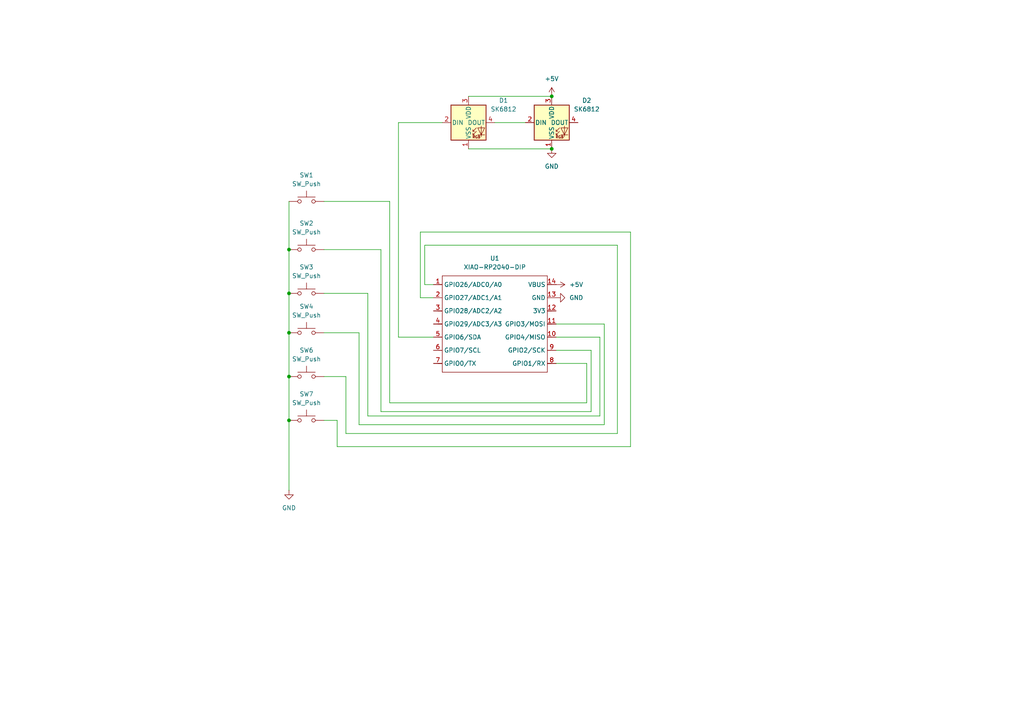
<source format=kicad_sch>
(kicad_sch (version 20250114) (generator "eeschema") (generator_version "9.0")
  (paper "A4")
  (lib_symbols
    (symbol "LED:SK6812" (pin_names (offset 0.254))
      (property "Reference" "D" (at 5.08 5.715 0))
      (property "Value" "SK6812" (at 1.27 -5.715 0))
      (symbol "SK6812_0_0"
        (text "RGB" (at 2.286 -4.191 0) (effects (font (size 0.762 0.762))))
      )
      (symbol "SK6812_0_1"
        (polyline (pts (xy 1.27 -2.54) (xy 1.778 -2.54)))
        (polyline (pts (xy 1.27 -3.556) (xy 1.778 -3.556)))
        (polyline (pts (xy 2.286 -1.524) (xy 1.27 -2.54) (xy 1.27 -2.032)))
        (polyline (pts (xy 2.286 -2.54) (xy 1.27 -3.556) (xy 1.27 -3.048)))
        (polyline (pts (xy 3.683 -1.016) (xy 3.683 -3.556) (xy 3.683 -4.064)))
        (polyline (pts (xy 4.699 -1.524) (xy 2.667 -1.524) (xy 3.683 -3.556) (xy 4.699 -1.524)))
        (polyline (pts (xy 4.699 -3.556) (xy 2.667 -3.556)))
        (rectangle (start 5.08 5.08) (end -5.08 -5.08) (stroke (width 0.254)) (fill (type background)))
      )
      (symbol "SK6812_1_1"
        (pin input line (at -7.62 0 0) (length 2.54) (name "DIN") (number "2"))
        (pin power_in line (at 0 7.62 270) (length 2.54) (name "VDD") (number "3"))
        (pin power_in line (at 0 -7.62 90) (length 2.54) (name "VSS") (number "1"))
        (pin output line (at 7.62 0 180) (length 2.54) (name "DOUT") (number "4"))
      )
    )
    (symbol "OPL:XIAO-RP2040-DIP"
      (property "Reference" "U" (at 0 0 0))
      (property "Value" "XIAO-RP2040-DIP" (at 5.334 -1.778 0))
      (symbol "XIAO-RP2040-DIP_1_0"
        (polyline (pts (xy -1.27 -2.54) (xy 29.21 -2.54)) (stroke (width 0.1524)))
        (polyline (pts (xy -1.27 -5.08) (xy -2.54 -5.08)) (stroke (width 0.1524)))
        (polyline (pts (xy -1.27 -5.08) (xy -1.27 -2.54)) (stroke (width 0.1524)))
        (polyline (pts (xy -1.27 -8.89) (xy -2.54 -8.89)) (stroke (width 0.1524)))
        (polyline (pts (xy -1.27 -8.89) (xy -1.27 -5.08)) (stroke (width 0.1524)))
        (polyline (pts (xy -1.27 -12.7) (xy -2.54 -12.7)) (stroke (width 0.1524)))
        (polyline (pts (xy -1.27 -12.7) (xy -1.27 -8.89)) (stroke (width 0.1524)))
        (polyline (pts (xy -1.27 -16.51) (xy -2.54 -16.51)) (stroke (width 0.1524)))
        (polyline (pts (xy -1.27 -16.51) (xy -1.27 -12.7)) (stroke (width 0.1524)))
        (polyline (pts (xy -1.27 -20.32) (xy -2.54 -20.32)) (stroke (width 0.1524)))
        (polyline (pts (xy -1.27 -24.13) (xy -2.54 -24.13)) (stroke (width 0.1524)))
        (polyline (pts (xy -1.27 -27.94) (xy -2.54 -27.94)) (stroke (width 0.1524)))
        (polyline (pts (xy -1.27 -30.48) (xy -1.27 -16.51)) (stroke (width 0.1524)))
        (polyline (pts (xy 29.21 -2.54) (xy 29.21 -5.08)) (stroke (width 0.1524)))
        (polyline (pts (xy 29.21 -5.08) (xy 29.21 -8.89)) (stroke (width 0.1524)))
        (polyline (pts (xy 29.21 -8.89) (xy 29.21 -12.7)) (stroke (width 0.1524)))
        (polyline (pts (xy 29.21 -12.7) (xy 29.21 -30.48)) (stroke (width 0.1524)))
        (polyline (pts (xy 29.21 -30.48) (xy -1.27 -30.48)) (stroke (width 0.1524)))
        (polyline (pts (xy 30.48 -5.08) (xy 29.21 -5.08)) (stroke (width 0.1524)))
        (polyline (pts (xy 30.48 -8.89) (xy 29.21 -8.89)) (stroke (width 0.1524)))
        (polyline (pts (xy 30.48 -12.7) (xy 29.21 -12.7)) (stroke (width 0.1524)))
        (polyline (pts (xy 30.48 -16.51) (xy 29.21 -16.51)) (stroke (width 0.1524)))
        (polyline (pts (xy 30.48 -20.32) (xy 29.21 -20.32)) (stroke (width 0.1524)))
        (polyline (pts (xy 30.48 -24.13) (xy 29.21 -24.13)) (stroke (width 0.1524)))
        (polyline (pts (xy 30.48 -27.94) (xy 29.21 -27.94)) (stroke (width 0.1524)))
        (pin passive line (at -3.81 -5.08 0) (length 2.54) (name "GPIO26/ADC0/A0") (number "1"))
        (pin passive line (at -3.81 -8.89 0) (length 2.54) (name "GPIO27/ADC1/A1") (number "2"))
        (pin passive line (at -3.81 -12.7 0) (length 2.54) (name "GPIO28/ADC2/A2") (number "3"))
        (pin passive line (at -3.81 -16.51 0) (length 2.54) (name "GPIO29/ADC3/A3") (number "4"))
        (pin passive line (at -3.81 -20.32 0) (length 2.54) (name "GPIO6/SDA") (number "5"))
        (pin passive line (at -3.81 -24.13 0) (length 2.54) (name "GPIO7/SCL") (number "6"))
        (pin passive line (at -3.81 -27.94 0) (length 2.54) (name "GPIO0/TX") (number "7"))
        (pin passive line (at 31.75 -5.08 180) (length 2.54) (name "VBUS") (number "14"))
        (pin passive line (at 31.75 -8.89 180) (length 2.54) (name "GND") (number "13"))
        (pin passive line (at 31.75 -12.7 180) (length 2.54) (name "3V3") (number "12"))
        (pin passive line (at 31.75 -16.51 180) (length 2.54) (name "GPIO3/MOSI") (number "11"))
        (pin passive line (at 31.75 -20.32 180) (length 2.54) (name "GPIO4/MISO") (number "10"))
        (pin passive line (at 31.75 -24.13 180) (length 2.54) (name "GPIO2/SCK") (number "9"))
        (pin passive line (at 31.75 -27.94 180) (length 2.54) (name "GPIO1/RX") (number "8"))
      )
    )
    (symbol "Switch:SW_Push" (pin_numbers (hide yes)) (pin_names (offset 1.016) (hide yes))
      (property "Reference" "SW" (at 1.27 2.54 0))
      (property "Value" "SW_Push" (at 0 -1.524 0))
      (symbol "SW_Push_0_1"
        (circle (center -2.032 0) (radius 0.508))
        (polyline (pts (xy 0 1.27) (xy 0 3.048)))
        (circle (center 2.032 0) (radius 0.508))
        (polyline (pts (xy 2.54 1.27) (xy -2.54 1.27)))
        (pin passive line (at -5.08 0 0) (length 2.54) (name "1") (number "1"))
        (pin passive line (at 5.08 0 180) (length 2.54) (name "2") (number "2"))
      )
    )
    (symbol "power:+5V" (power) (pin_numbers (hide yes)) (pin_names (offset 0) (hide yes))
      (property "Value" "+5V" (at 0 3.556 0))
      (symbol "+5V_0_1"
        (polyline (pts (xy -0.762 1.27) (xy 0 2.54)))
        (polyline (pts (xy 0 2.54) (xy 0.762 1.27)))
        (polyline (pts (xy 0 0) (xy 0 2.54)))
      )
      (symbol "+5V_1_1"
        (pin power_in line (at 0 0 90) (length 0) (name "~") (number "1"))
      )
    )
    (symbol "power:GND" (power) (pin_numbers (hide yes)) (pin_names (offset 0) (hide yes))
      (property "Value" "GND" (at 0 -3.81 0))
      (symbol "GND_0_1"
        (polyline (pts (xy 0 0) (xy 0 -1.27) (xy 1.27 -1.27) (xy 0 -2.54) (xy -1.27 -1.27) (xy 0 -1.27)))
      )
      (symbol "GND_1_1"
        (pin power_in line (at 0 0 270) (length 0) (name "~") (number "1"))
      )
    )
  )
  (junction (at 83.82 72.39))
  (junction (at 83.82 85.09))
  (junction (at 160.02 43.18))
  (junction (at 83.82 96.52))
  (junction (at 83.82 109.22))
  (junction (at 83.82 121.92))
  (junction (at 160.02 27.94))
  (wire (pts (xy 104.14 96.52) (xy 104.14 123.19)))
  (wire (pts (xy 182.88 67.31) (xy 121.92 67.31)))
  (wire (pts (xy 171.45 101.6) (xy 161.29 101.6)))
  (wire (pts (xy 113.03 116.84) (xy 170.18 116.84)))
  (wire (pts (xy 135.89 27.94) (xy 160.02 27.94)))
  (wire (pts (xy 179.07 71.12) (xy 123.19 71.12)))
  (wire (pts (xy 83.82 109.22) (xy 83.82 121.92)))
  (wire (pts (xy 179.07 125.73) (xy 179.07 71.12)))
  (wire (pts (xy 171.45 119.38) (xy 171.45 101.6)))
  (wire (pts (xy 97.79 129.54) (xy 182.88 129.54)))
  (wire (pts (xy 93.98 109.22) (xy 100.33 109.22)))
  (wire (pts (xy 121.92 86.36) (xy 125.73 86.36)))
  (wire (pts (xy 93.98 72.39) (xy 110.49 72.39)))
  (wire (pts (xy 104.14 123.19) (xy 175.26 123.19)))
  (wire (pts (xy 106.68 120.65) (xy 173.99 120.65)))
  (wire (pts (xy 115.57 35.56) (xy 115.57 97.79)))
  (wire (pts (xy 110.49 119.38) (xy 171.45 119.38)))
  (wire (pts (xy 123.19 71.12) (xy 123.19 82.55)))
  (wire (pts (xy 83.82 58.42) (xy 83.82 72.39)))
  (wire (pts (xy 173.99 120.65) (xy 173.99 97.79)))
  (wire (pts (xy 93.98 96.52) (xy 104.14 96.52)))
  (wire (pts (xy 121.92 67.31) (xy 121.92 86.36)))
  (wire (pts (xy 83.82 96.52) (xy 83.82 109.22)))
  (wire (pts (xy 83.82 85.09) (xy 83.82 96.52)))
  (wire (pts (xy 170.18 105.41) (xy 161.29 105.41)))
  (wire (pts (xy 113.03 58.42) (xy 113.03 116.84)))
  (wire (pts (xy 128.27 35.56) (xy 115.57 35.56)))
  (wire (pts (xy 170.18 116.84) (xy 170.18 105.41)))
  (wire (pts (xy 83.82 72.39) (xy 83.82 85.09)))
  (wire (pts (xy 93.98 121.92) (xy 97.79 121.92)))
  (wire (pts (xy 135.89 43.18) (xy 160.02 43.18)))
  (wire (pts (xy 175.26 93.98) (xy 161.29 93.98)))
  (wire (pts (xy 173.99 97.79) (xy 161.29 97.79)))
  (wire (pts (xy 123.19 82.55) (xy 125.73 82.55)))
  (wire (pts (xy 100.33 109.22) (xy 100.33 125.73)))
  (wire (pts (xy 175.26 123.19) (xy 175.26 93.98)))
  (wire (pts (xy 115.57 97.79) (xy 125.73 97.79)))
  (wire (pts (xy 182.88 129.54) (xy 182.88 67.31)))
  (wire (pts (xy 97.79 121.92) (xy 97.79 129.54)))
  (wire (pts (xy 100.33 125.73) (xy 179.07 125.73)))
  (wire (pts (xy 83.82 121.92) (xy 83.82 142.24)))
  (wire (pts (xy 93.98 85.09) (xy 106.68 85.09)))
  (wire (pts (xy 143.51 35.56) (xy 152.4 35.56)))
  (wire (pts (xy 106.68 85.09) (xy 106.68 120.65)))
  (wire (pts (xy 110.49 72.39) (xy 110.49 119.38)))
  (wire (pts (xy 93.98 58.42) (xy 113.03 58.42)))
  (symbol (lib_id "Switch:SW_Push") (at 88.9 72.39 0) (unit 1)
    (property "Reference" "SW2" (at 88.9 64.77 0))
    (property "Value" "SW_Push" (at 88.9 67.31 0))
    (property "Footprint" "Button_Switch_Keyboard:SW_Cherry_MX_1.00u_PCB" (effects (hide yes)))
    (property "Description" "Push button switch, generic, two pins" (effects (hide yes)))
  )
  (symbol (lib_id "LED:SK6812") (at 135.89 35.56 0) (unit 1)
    (property "Reference" "D1" (at 146.05 29.1398 0))
    (property "Value" "SK6812" (at 146.05 31.6798 0))
    (property "Footprint" "LED_SMD:LED_SK6812_PLCC4_5.0x5.0mm_P3.2mm" (effects (hide yes)))
    (property "Datasheet" "https://cdn-shop.adafruit.com/product-files/1138/SK6812+LED+datasheet+.pdf" (effects (hide yes)))
    (property "Description" "RGB LED with integrated controller" (effects (hide yes)))
  )
  (symbol (lib_id "Switch:SW_Push") (at 88.9 96.52 0) (unit 1)
    (property "Reference" "SW4" (at 88.9 88.9 0))
    (property "Value" "SW_Push" (at 88.9 91.44 0))
    (property "Footprint" "Button_Switch_Keyboard:SW_Cherry_MX_1.00u_PCB" (effects (hide yes)))
    (property "Description" "Push button switch, generic, two pins" (effects (hide yes)))
  )
  (symbol (lib_id "Switch:SW_Push") (at 88.9 85.09 0) (unit 1)
    (property "Reference" "SW3" (at 88.9 77.47 0))
    (property "Value" "SW_Push" (at 88.9 80.01 0))
    (property "Footprint" "Button_Switch_Keyboard:SW_Cherry_MX_1.00u_PCB" (effects (hide yes)))
    (property "Description" "Push button switch, generic, two pins" (effects (hide yes)))
  )
  (symbol (lib_id "Switch:SW_Push") (at 88.9 109.22 0) (unit 1)
    (property "Reference" "SW6" (at 88.9 101.6 0))
    (property "Value" "SW_Push" (at 88.9 104.14 0))
    (property "Footprint" "Button_Switch_Keyboard:SW_Cherry_MX_1.00u_PCB" (effects (hide yes)))
    (property "Description" "Push button switch, generic, two pins" (effects (hide yes)))
  )
  (symbol (lib_id "LED:SK6812") (at 160.02 35.56 0) (unit 1)
    (property "Reference" "D2" (at 170.18 29.1398 0))
    (property "Value" "SK6812" (at 170.18 31.6798 0))
    (property "Footprint" "LED_SMD:LED_SK6812_PLCC4_5.0x5.0mm_P3.2mm" (effects (hide yes)))
    (property "Datasheet" "https://cdn-shop.adafruit.com/product-files/1138/SK6812+LED+datasheet+.pdf" (effects (hide yes)))
    (property "Description" "RGB LED with integrated controller" (effects (hide yes)))
  )
  (symbol (lib_id "power:+5V") (at 160.02 27.94 0) (unit 1)
    (property "Reference" "#PWR03" (effects (hide yes)))
    (property "Value" "+5V" (at 160.02 22.86 0))
    (property "Description" "Power symbol creates a global label with name \"+5V\"" (effects (hide yes)))
  )
  (symbol (lib_id "power:GND") (at 83.82 142.24 0) (unit 1)
    (property "Reference" "#PWR04" (effects (hide yes)))
    (property "Value" "GND" (at 83.82 147.32 0))
    (property "Description" "Power symbol creates a global label with name \"GND\" , ground" (effects (hide yes)))
  )
  (symbol (lib_id "Switch:SW_Push") (at 88.9 121.92 0) (unit 1)
    (property "Reference" "SW7" (at 88.9 114.3 0))
    (property "Value" "SW_Push" (at 88.9 116.84 0))
    (property "Footprint" "Button_Switch_Keyboard:SW_Cherry_MX_1.00u_PCB" (effects (hide yes)))
    (property "Description" "Push button switch, generic, two pins" (effects (hide yes)))
  )
  (symbol (lib_id "OPL:XIAO-RP2040-DIP") (at 129.54 77.47 0) (unit 1)
    (property "Reference" "U1" (at 143.51 74.93 0))
    (property "Value" "XIAO-RP2040-DIP" (at 143.51 77.47 0))
    (property "Footprint" "OPL:XIAO-RP2040-DIP" (effects (hide yes)))
  )
  (symbol (lib_id "power:GND") (at 160.02 43.18 0) (unit 1)
    (property "Reference" "#PWR05" (effects (hide yes)))
    (property "Value" "GND" (at 160.02 48.26 0))
    (property "Description" "Power symbol creates a global label with name \"GND\" , ground" (effects (hide yes)))
  )
  (symbol (lib_id "power:GND") (at 161.29 86.36 90) (unit 1)
    (property "Reference" "#PWR02" (effects (hide yes)))
    (property "Value" "GND" (at 165.1 86.3599 90) (effects (justify right)))
    (property "Description" "Power symbol creates a global label with name \"GND\" , ground" (effects (hide yes)))
  )
  (symbol (lib_id "power:+5V") (at 161.29 82.55 270) (unit 1)
    (property "Reference" "#PWR01" (effects (hide yes)))
    (property "Value" "+5V" (at 165.1 82.5499 90) (effects (justify left)))
    (property "Description" "Power symbol creates a global label with name \"+5V\"" (effects (hide yes)))
  )
  (symbol (lib_id "Switch:SW_Push") (at 88.9 58.42 0) (unit 1)
    (property "Reference" "SW1" (at 88.9 50.8 0))
    (property "Value" "SW_Push" (at 88.9 53.34 0))
    (property "Footprint" "Button_Switch_Keyboard:SW_Cherry_MX_1.00u_PCB" (effects (hide yes)))
    (property "Description" "Push button switch, generic, two pins" (effects (hide yes)))
  )
)
</source>
